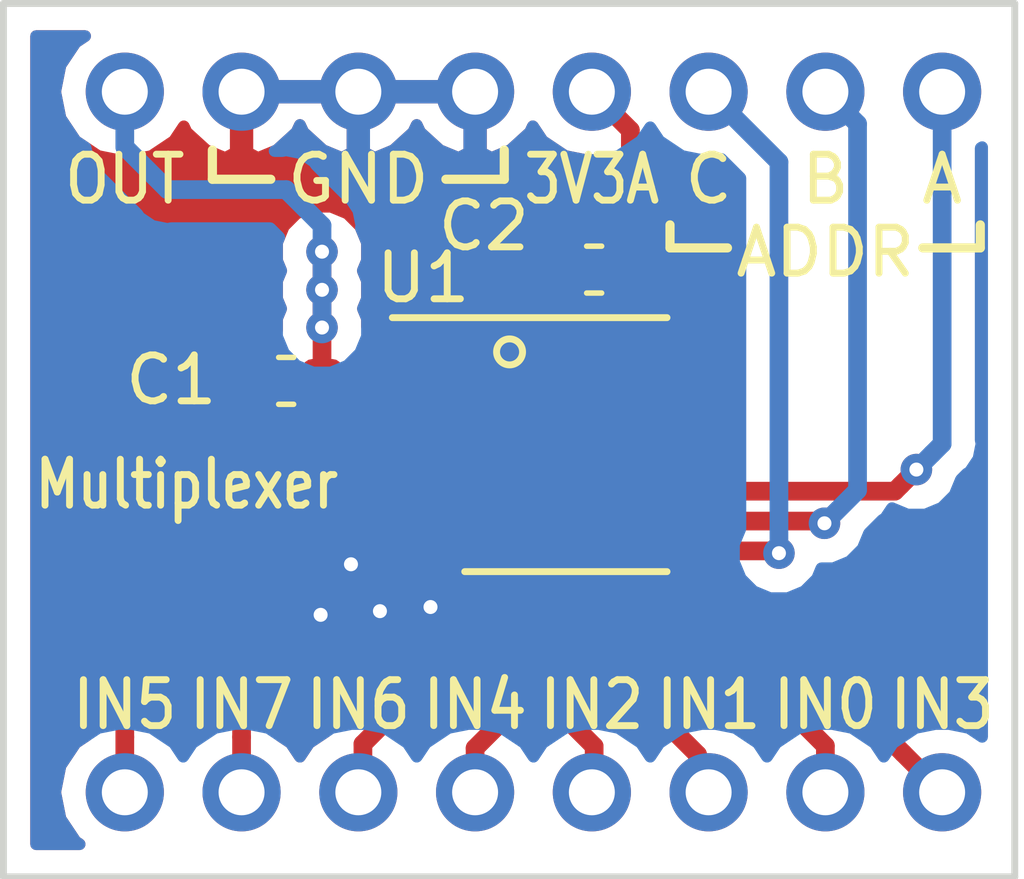
<source format=kicad_pcb>
(kicad_pcb (version 20171130) (host pcbnew "(5.0.0-3-g5ebb6b6)")

  (general
    (thickness 1.6)
    (drawings 29)
    (tracks 89)
    (zones 0)
    (modules 5)
    (nets 15)
  )

  (page A4)
  (layers
    (0 F.Cu signal)
    (31 B.Cu signal)
    (32 B.Adhes user)
    (33 F.Adhes user)
    (34 B.Paste user)
    (35 F.Paste user)
    (36 B.SilkS user)
    (37 F.SilkS user)
    (38 B.Mask user)
    (39 F.Mask user)
    (40 Dwgs.User user)
    (41 Cmts.User user)
    (42 Eco1.User user)
    (43 Eco2.User user)
    (44 Edge.Cuts user)
    (45 Margin user)
    (46 B.CrtYd user hide)
    (47 F.CrtYd user hide)
    (48 B.Fab user hide)
    (49 F.Fab user hide)
  )

  (setup
    (last_trace_width 0.1524)
    (user_trace_width 0.1524)
    (user_trace_width 0.254)
    (user_trace_width 0.4064)
    (user_trace_width 0.635)
    (trace_clearance 0.1524)
    (zone_clearance 0.508)
    (zone_45_only no)
    (trace_min 0.1524)
    (segment_width 0.2)
    (edge_width 0.15)
    (via_size 0.6858)
    (via_drill 0.3048)
    (via_min_size 0.6858)
    (via_min_drill 0.3048)
    (uvia_size 0.3048)
    (uvia_drill 0.1524)
    (uvias_allowed no)
    (uvia_min_size 0.2)
    (uvia_min_drill 0.1)
    (pcb_text_width 0.3)
    (pcb_text_size 1.5 1.5)
    (mod_edge_width 0.15)
    (mod_text_size 1 1)
    (mod_text_width 0.15)
    (pad_size 1.524 1.524)
    (pad_drill 0.762)
    (pad_to_mask_clearance 0.07)
    (solder_mask_min_width 0.06)
    (aux_axis_origin 0 0)
    (visible_elements FFFFFF7F)
    (pcbplotparams
      (layerselection 0x010fc_ffffffff)
      (usegerberextensions false)
      (usegerberattributes false)
      (usegerberadvancedattributes false)
      (creategerberjobfile false)
      (excludeedgelayer true)
      (linewidth 0.100000)
      (plotframeref false)
      (viasonmask false)
      (mode 1)
      (useauxorigin false)
      (hpglpennumber 1)
      (hpglpenspeed 20)
      (hpglpendiameter 15.000000)
      (psnegative false)
      (psa4output false)
      (plotreference true)
      (plotvalue true)
      (plotinvisibletext false)
      (padsonsilk false)
      (subtractmaskfromsilk false)
      (outputformat 1)
      (mirror false)
      (drillshape 1)
      (scaleselection 1)
      (outputdirectory ""))
  )

  (net 0 "")
  (net 1 GND)
  (net 2 ADDR_2)
  (net 3 ADDR_1)
  (net 4 ADDR_0)
  (net 5 +3V3)
  (net 6 OUT)
  (net 7 IN5)
  (net 8 IN7)
  (net 9 IN6)
  (net 10 IN4)
  (net 11 IN2)
  (net 12 IN1)
  (net 13 IN0)
  (net 14 IN3)

  (net_class Default "This is the default net class."
    (clearance 0.1524)
    (trace_width 0.1524)
    (via_dia 0.6858)
    (via_drill 0.3048)
    (uvia_dia 0.3048)
    (uvia_drill 0.1524)
    (diff_pair_gap 0.1524)
    (diff_pair_width 0.1524)
    (add_net +3V3)
    (add_net ADDR_0)
    (add_net ADDR_1)
    (add_net ADDR_2)
    (add_net GND)
    (add_net IN0)
    (add_net IN1)
    (add_net IN2)
    (add_net IN3)
    (add_net IN4)
    (add_net IN5)
    (add_net IN6)
    (add_net IN7)
    (add_net OUT)
  )

  (module Connector_PinHeader_2.54mm:PinHeader_1x08_P2.54mm_Vertical (layer B.Cu) (tedit 5FCCFB22) (tstamp 5FCD004C)
    (at 103.64 73.16 270)
    (descr "Through hole straight pin header, 1x08, 2.54mm pitch, single row")
    (tags "Through hole pin header THT 1x08 2.54mm single row")
    (path /5FC933AD)
    (fp_text reference J2 (at 0 2.33 270) (layer B.SilkS) hide
      (effects (font (size 1 1) (thickness 0.15)) (justify mirror))
    )
    (fp_text value BOTTOM (at 0 -20.11 270) (layer B.Fab)
      (effects (font (size 1 1) (thickness 0.15)) (justify mirror))
    )
    (fp_line (start -0.635 1.27) (end 1.27 1.27) (layer B.Fab) (width 0.1))
    (fp_line (start 1.27 1.27) (end 1.27 -19.05) (layer B.Fab) (width 0.1))
    (fp_line (start 1.27 -19.05) (end -1.27 -19.05) (layer B.Fab) (width 0.1))
    (fp_line (start -1.27 -19.05) (end -1.27 0.635) (layer B.Fab) (width 0.1))
    (fp_line (start -1.27 0.635) (end -0.635 1.27) (layer B.Fab) (width 0.1))
    (fp_line (start -1.8 1.8) (end -1.8 -19.55) (layer B.CrtYd) (width 0.05))
    (fp_line (start -1.8 -19.55) (end 1.8 -19.55) (layer B.CrtYd) (width 0.05))
    (fp_line (start 1.8 -19.55) (end 1.8 1.8) (layer B.CrtYd) (width 0.05))
    (fp_line (start 1.8 1.8) (end -1.8 1.8) (layer B.CrtYd) (width 0.05))
    (fp_text user %R (at 0 -8.89 180) (layer B.Fab)
      (effects (font (size 1 1) (thickness 0.15)) (justify mirror))
    )
    (pad 1 thru_hole oval (at 0 0 270) (size 1.7 1.7) (drill 1) (layers *.Cu *.Mask)
      (net 8 IN7))
    (pad 2 thru_hole oval (at 0 -2.54 270) (size 1.7 1.7) (drill 1) (layers *.Cu *.Mask)
      (net 7 IN5))
    (pad 3 thru_hole oval (at 0 -5.08 270) (size 1.7 1.7) (drill 1) (layers *.Cu *.Mask)
      (net 9 IN6))
    (pad 4 thru_hole oval (at 0 -7.62 270) (size 1.7 1.7) (drill 1) (layers *.Cu *.Mask)
      (net 10 IN4))
    (pad 5 thru_hole oval (at 0 -10.16 270) (size 1.7 1.7) (drill 1) (layers *.Cu *.Mask)
      (net 11 IN2))
    (pad 6 thru_hole oval (at 0 -12.7 270) (size 1.7 1.7) (drill 1) (layers *.Cu *.Mask)
      (net 12 IN1))
    (pad 7 thru_hole oval (at 0 -15.24 270) (size 1.7 1.7) (drill 1) (layers *.Cu *.Mask)
      (net 13 IN0))
    (pad 8 thru_hole oval (at 0 -17.78 270) (size 1.7 1.7) (drill 1) (layers *.Cu *.Mask)
      (net 14 IN3))
    (model ${KISYS3DMOD}/Connector_PinHeader_2.54mm.3dshapes/PinHeader_1x08_P2.54mm_Vertical.wrl
      (at (xyz 0 0 0))
      (scale (xyz 1 1 1))
      (rotate (xyz 0 0 0))
    )
  )

  (module Connector_PinHeader_2.54mm:PinHeader_1x08_P2.54mm_Vertical (layer B.Cu) (tedit 5FCCFAFA) (tstamp 5FCD0068)
    (at 103.64 57.92 270)
    (descr "Through hole straight pin header, 1x08, 2.54mm pitch, single row")
    (tags "Through hole pin header THT 1x08 2.54mm single row")
    (path /5FCA991E)
    (fp_text reference J3 (at 0 2.33 270) (layer B.SilkS) hide
      (effects (font (size 1 1) (thickness 0.15)) (justify mirror))
    )
    (fp_text value TOP (at 0 -20.11 270) (layer B.Fab)
      (effects (font (size 1 1) (thickness 0.15)) (justify mirror))
    )
    (fp_text user %R (at 0 -8.89 180) (layer B.Fab)
      (effects (font (size 1 1) (thickness 0.15)) (justify mirror))
    )
    (fp_line (start 1.8 1.8) (end -1.8 1.8) (layer B.CrtYd) (width 0.05))
    (fp_line (start 1.8 -19.55) (end 1.8 1.8) (layer B.CrtYd) (width 0.05))
    (fp_line (start -1.8 -19.55) (end 1.8 -19.55) (layer B.CrtYd) (width 0.05))
    (fp_line (start -1.8 1.8) (end -1.8 -19.55) (layer B.CrtYd) (width 0.05))
    (fp_line (start -1.27 0.635) (end -0.635 1.27) (layer B.Fab) (width 0.1))
    (fp_line (start -1.27 -19.05) (end -1.27 0.635) (layer B.Fab) (width 0.1))
    (fp_line (start 1.27 -19.05) (end -1.27 -19.05) (layer B.Fab) (width 0.1))
    (fp_line (start 1.27 1.27) (end 1.27 -19.05) (layer B.Fab) (width 0.1))
    (fp_line (start -0.635 1.27) (end 1.27 1.27) (layer B.Fab) (width 0.1))
    (pad 8 thru_hole oval (at 0 -17.78 270) (size 1.7 1.7) (drill 1) (layers *.Cu *.Mask)
      (net 4 ADDR_0))
    (pad 7 thru_hole oval (at 0 -15.24 270) (size 1.7 1.7) (drill 1) (layers *.Cu *.Mask)
      (net 3 ADDR_1))
    (pad 6 thru_hole oval (at 0 -12.7 270) (size 1.7 1.7) (drill 1) (layers *.Cu *.Mask)
      (net 2 ADDR_2))
    (pad 5 thru_hole oval (at 0 -10.16 270) (size 1.7 1.7) (drill 1) (layers *.Cu *.Mask)
      (net 5 +3V3))
    (pad 4 thru_hole oval (at 0 -7.62 270) (size 1.7 1.7) (drill 1) (layers *.Cu *.Mask)
      (net 1 GND))
    (pad 3 thru_hole oval (at 0 -5.08 270) (size 1.7 1.7) (drill 1) (layers *.Cu *.Mask)
      (net 1 GND))
    (pad 2 thru_hole oval (at 0 -2.54 270) (size 1.7 1.7) (drill 1) (layers *.Cu *.Mask)
      (net 1 GND))
    (pad 1 thru_hole oval (at 0 0 270) (size 1.7 1.7) (drill 1) (layers *.Cu *.Mask)
      (net 6 OUT))
    (model ${KISYS3DMOD}/Connector_PinHeader_2.54mm.3dshapes/PinHeader_1x08_P2.54mm_Vertical.wrl
      (at (xyz 0 0 0))
      (scale (xyz 1 1 1))
      (rotate (xyz 0 0 0))
    )
  )

  (module Capacitor_SMD:C_0603_1608Metric (layer F.Cu) (tedit 5B301BBE) (tstamp 5FCD0030)
    (at 107.15 64.21 180)
    (descr "Capacitor SMD 0603 (1608 Metric), square (rectangular) end terminal, IPC_7351 nominal, (Body size source: http://www.tortai-tech.com/upload/download/2011102023233369053.pdf), generated with kicad-footprint-generator")
    (tags capacitor)
    (path /5FC94BD6)
    (attr smd)
    (fp_text reference C1 (at 2.5 0.02 180) (layer F.SilkS)
      (effects (font (size 1 1) (thickness 0.15)))
    )
    (fp_text value 1n (at 0 1.43 180) (layer F.Fab)
      (effects (font (size 1 1) (thickness 0.15)))
    )
    (fp_line (start -0.8 0.4) (end -0.8 -0.4) (layer F.Fab) (width 0.1))
    (fp_line (start -0.8 -0.4) (end 0.8 -0.4) (layer F.Fab) (width 0.1))
    (fp_line (start 0.8 -0.4) (end 0.8 0.4) (layer F.Fab) (width 0.1))
    (fp_line (start 0.8 0.4) (end -0.8 0.4) (layer F.Fab) (width 0.1))
    (fp_line (start -0.162779 -0.51) (end 0.162779 -0.51) (layer F.SilkS) (width 0.12))
    (fp_line (start -0.162779 0.51) (end 0.162779 0.51) (layer F.SilkS) (width 0.12))
    (fp_line (start -1.48 0.73) (end -1.48 -0.73) (layer F.CrtYd) (width 0.05))
    (fp_line (start -1.48 -0.73) (end 1.48 -0.73) (layer F.CrtYd) (width 0.05))
    (fp_line (start 1.48 -0.73) (end 1.48 0.73) (layer F.CrtYd) (width 0.05))
    (fp_line (start 1.48 0.73) (end -1.48 0.73) (layer F.CrtYd) (width 0.05))
    (fp_text user %R (at 0 0 180) (layer F.Fab)
      (effects (font (size 0.4 0.4) (thickness 0.06)))
    )
    (pad 1 smd roundrect (at -0.7875 0 180) (size 0.875 0.95) (layers F.Cu F.Paste F.Mask) (roundrect_rratio 0.25)
      (net 6 OUT))
    (pad 2 smd roundrect (at 0.7875 0 180) (size 0.875 0.95) (layers F.Cu F.Paste F.Mask) (roundrect_rratio 0.25)
      (net 1 GND))
    (model ${KISYS3DMOD}/Capacitor_SMD.3dshapes/C_0603_1608Metric.wrl
      (at (xyz 0 0 0))
      (scale (xyz 1 1 1))
      (rotate (xyz 0 0 0))
    )
  )

  (module Package_SO:TSSOP-16_4.4x5mm_P0.65mm (layer F.Cu) (tedit 5A02F25C) (tstamp 5FCD0088)
    (at 113.235001 65.635001)
    (descr "16-Lead Plastic Thin Shrink Small Outline (ST)-4.4 mm Body [TSSOP] (see Microchip Packaging Specification 00000049BS.pdf)")
    (tags "SSOP 0.65")
    (path /5FCC2EA4)
    (attr smd)
    (fp_text reference U1 (at -3.105001 -3.665001) (layer F.SilkS)
      (effects (font (size 1 1) (thickness 0.15)))
    )
    (fp_text value 4051 (at 0 3.55) (layer F.Fab)
      (effects (font (size 1 1) (thickness 0.15)))
    )
    (fp_line (start -1.2 -2.5) (end 2.2 -2.5) (layer F.Fab) (width 0.15))
    (fp_line (start 2.2 -2.5) (end 2.2 2.5) (layer F.Fab) (width 0.15))
    (fp_line (start 2.2 2.5) (end -2.2 2.5) (layer F.Fab) (width 0.15))
    (fp_line (start -2.2 2.5) (end -2.2 -1.5) (layer F.Fab) (width 0.15))
    (fp_line (start -2.2 -1.5) (end -1.2 -2.5) (layer F.Fab) (width 0.15))
    (fp_line (start -3.95 -2.9) (end -3.95 2.8) (layer F.CrtYd) (width 0.05))
    (fp_line (start 3.95 -2.9) (end 3.95 2.8) (layer F.CrtYd) (width 0.05))
    (fp_line (start -3.95 -2.9) (end 3.95 -2.9) (layer F.CrtYd) (width 0.05))
    (fp_line (start -3.95 2.8) (end 3.95 2.8) (layer F.CrtYd) (width 0.05))
    (fp_line (start -2.2 2.725) (end 2.2 2.725) (layer F.SilkS) (width 0.15))
    (fp_line (start -3.775 -2.8) (end 2.2 -2.8) (layer F.SilkS) (width 0.15))
    (fp_text user %R (at 0 0) (layer F.Fab)
      (effects (font (size 0.8 0.8) (thickness 0.15)))
    )
    (pad 1 smd rect (at -2.95 -2.275) (size 1.5 0.45) (layers F.Cu F.Paste F.Mask)
      (net 10 IN4))
    (pad 2 smd rect (at -2.95 -1.625) (size 1.5 0.45) (layers F.Cu F.Paste F.Mask)
      (net 9 IN6))
    (pad 3 smd rect (at -2.95 -0.975) (size 1.5 0.45) (layers F.Cu F.Paste F.Mask)
      (net 6 OUT))
    (pad 4 smd rect (at -2.95 -0.325) (size 1.5 0.45) (layers F.Cu F.Paste F.Mask)
      (net 8 IN7))
    (pad 5 smd rect (at -2.95 0.325) (size 1.5 0.45) (layers F.Cu F.Paste F.Mask)
      (net 7 IN5))
    (pad 6 smd rect (at -2.95 0.975) (size 1.5 0.45) (layers F.Cu F.Paste F.Mask)
      (net 1 GND))
    (pad 7 smd rect (at -2.95 1.625) (size 1.5 0.45) (layers F.Cu F.Paste F.Mask)
      (net 1 GND))
    (pad 8 smd rect (at -2.95 2.275) (size 1.5 0.45) (layers F.Cu F.Paste F.Mask)
      (net 1 GND))
    (pad 9 smd rect (at 2.95 2.275) (size 1.5 0.45) (layers F.Cu F.Paste F.Mask)
      (net 2 ADDR_2))
    (pad 10 smd rect (at 2.95 1.625) (size 1.5 0.45) (layers F.Cu F.Paste F.Mask)
      (net 3 ADDR_1))
    (pad 11 smd rect (at 2.95 0.975) (size 1.5 0.45) (layers F.Cu F.Paste F.Mask)
      (net 4 ADDR_0))
    (pad 12 smd rect (at 2.95 0.325) (size 1.5 0.45) (layers F.Cu F.Paste F.Mask)
      (net 14 IN3))
    (pad 13 smd rect (at 2.95 -0.325) (size 1.5 0.45) (layers F.Cu F.Paste F.Mask)
      (net 13 IN0))
    (pad 14 smd rect (at 2.95 -0.975) (size 1.5 0.45) (layers F.Cu F.Paste F.Mask)
      (net 12 IN1))
    (pad 15 smd rect (at 2.95 -1.625) (size 1.5 0.45) (layers F.Cu F.Paste F.Mask)
      (net 11 IN2))
    (pad 16 smd rect (at 2.95 -2.275) (size 1.5 0.45) (layers F.Cu F.Paste F.Mask)
      (net 5 +3V3))
    (model ${KISYS3DMOD}/Package_SO.3dshapes/TSSOP-16_4.4x5mm_P0.65mm.wrl
      (at (xyz 0 0 0))
      (scale (xyz 1 1 1))
      (rotate (xyz 0 0 0))
    )
  )

  (module Capacitor_SMD:C_0603_1608Metric (layer F.Cu) (tedit 5B301BBE) (tstamp 5FCD5870)
    (at 113.85 61.79)
    (descr "Capacitor SMD 0603 (1608 Metric), square (rectangular) end terminal, IPC_7351 nominal, (Body size source: http://www.tortai-tech.com/upload/download/2011102023233369053.pdf), generated with kicad-footprint-generator")
    (tags capacitor)
    (path /5FCD587B)
    (attr smd)
    (fp_text reference C2 (at -2.4 -0.95) (layer F.SilkS)
      (effects (font (size 1 1) (thickness 0.15)))
    )
    (fp_text value 100n (at 0 1.43) (layer F.Fab)
      (effects (font (size 1 1) (thickness 0.15)))
    )
    (fp_line (start -0.8 0.4) (end -0.8 -0.4) (layer F.Fab) (width 0.1))
    (fp_line (start -0.8 -0.4) (end 0.8 -0.4) (layer F.Fab) (width 0.1))
    (fp_line (start 0.8 -0.4) (end 0.8 0.4) (layer F.Fab) (width 0.1))
    (fp_line (start 0.8 0.4) (end -0.8 0.4) (layer F.Fab) (width 0.1))
    (fp_line (start -0.162779 -0.51) (end 0.162779 -0.51) (layer F.SilkS) (width 0.12))
    (fp_line (start -0.162779 0.51) (end 0.162779 0.51) (layer F.SilkS) (width 0.12))
    (fp_line (start -1.48 0.73) (end -1.48 -0.73) (layer F.CrtYd) (width 0.05))
    (fp_line (start -1.48 -0.73) (end 1.48 -0.73) (layer F.CrtYd) (width 0.05))
    (fp_line (start 1.48 -0.73) (end 1.48 0.73) (layer F.CrtYd) (width 0.05))
    (fp_line (start 1.48 0.73) (end -1.48 0.73) (layer F.CrtYd) (width 0.05))
    (fp_text user %R (at 0 0) (layer F.Fab)
      (effects (font (size 0.4 0.4) (thickness 0.06)))
    )
    (pad 1 smd roundrect (at -0.7875 0) (size 0.875 0.95) (layers F.Cu F.Paste F.Mask) (roundrect_rratio 0.25)
      (net 1 GND))
    (pad 2 smd roundrect (at 0.7875 0) (size 0.875 0.95) (layers F.Cu F.Paste F.Mask) (roundrect_rratio 0.25)
      (net 5 +3V3))
    (model ${KISYS3DMOD}/Capacitor_SMD.3dshapes/C_0603_1608Metric.wrl
      (at (xyz 0 0 0))
      (scale (xyz 1 1 1))
      (rotate (xyz 0 0 0))
    )
  )

  (gr_text IN5 (at 103.64 71.255) (layer F.SilkS) (tstamp 5FCD0759)
    (effects (font (size 1 0.9) (thickness 0.15)))
  )
  (gr_text IN7 (at 106.18 71.255) (layer F.SilkS) (tstamp 5FCD0755)
    (effects (font (size 1 0.9) (thickness 0.15)))
  )
  (gr_text IN6 (at 108.72 71.255) (layer F.SilkS) (tstamp 5FCD0751)
    (effects (font (size 1 0.9) (thickness 0.15)))
  )
  (gr_text IN4 (at 111.26 71.255) (layer F.SilkS) (tstamp 5FCD0749)
    (effects (font (size 1 0.9) (thickness 0.15)))
  )
  (gr_text IN2 (at 113.8 71.255) (layer F.SilkS) (tstamp 5FCD0746)
    (effects (font (size 1 0.9) (thickness 0.15)))
  )
  (gr_text IN3 (at 121.42 71.255) (layer F.SilkS) (tstamp 5FCD0741)
    (effects (font (size 1 0.9) (thickness 0.15)))
  )
  (gr_text IN0 (at 118.88 71.255) (layer F.SilkS) (tstamp 5FCD073E)
    (effects (font (size 1 0.9) (thickness 0.15)))
  )
  (gr_text IN1 (at 116.34 71.255) (layer F.SilkS) (tstamp 5FCD0724)
    (effects (font (size 1 0.9) (thickness 0.15)))
  )
  (gr_text 3V3A (at 113.8 59.825) (layer F.SilkS) (tstamp 5FCD0719)
    (effects (font (size 1 0.8) (thickness 0.15)))
  )
  (gr_line (start 122.25 61.3175) (end 122.25 60.8175) (layer F.SilkS) (width 0.2))
  (gr_line (start 121 61.3175) (end 122.25 61.3175) (layer F.SilkS) (width 0.2))
  (gr_line (start 115.5 61.3175) (end 115.5 60.8175) (layer F.SilkS) (width 0.2))
  (gr_line (start 116.75 61.3175) (end 115.5 61.3175) (layer F.SilkS) (width 0.2))
  (gr_text ADDR (at 118.88 61.4125) (layer F.SilkS) (tstamp 5FCD0695)
    (effects (font (size 1 1) (thickness 0.15)))
  )
  (gr_text A (at 121.42 59.825) (layer F.SilkS) (tstamp 5FCD0444)
    (effects (font (size 1 1) (thickness 0.15)))
  )
  (gr_text B (at 118.88 59.825) (layer F.SilkS) (tstamp 5FCD0692)
    (effects (font (size 1 1) (thickness 0.15)))
  )
  (gr_circle (center 112.01 63.58) (end 112.292843 63.58) (layer F.SilkS) (width 0.15))
  (gr_text Multiplexer (at 104.99 66.46) (layer F.SilkS) (tstamp 5FC9695F)
    (effects (font (size 1 0.8) (thickness 0.15)))
  )
  (gr_line (start 101 56) (end 101 75) (layer Edge.Cuts) (width 0.15))
  (gr_line (start 123 56) (end 101 56) (layer Edge.Cuts) (width 0.15))
  (gr_line (start 123 75) (end 123 56) (layer Edge.Cuts) (width 0.15))
  (gr_line (start 101 75) (end 123 75) (layer Edge.Cuts) (width 0.15))
  (gr_line (start 111.895 59.825) (end 111.895 59.19) (layer F.SilkS) (width 0.2))
  (gr_line (start 110.625 59.825) (end 111.895 59.825) (layer F.SilkS) (width 0.2))
  (gr_line (start 105.545 59.825) (end 106.815 59.825) (layer F.SilkS) (width 0.2))
  (gr_line (start 105.545 59.19) (end 105.545 59.825) (layer F.SilkS) (width 0.2))
  (gr_text GND (at 108.72 59.825) (layer F.SilkS) (tstamp 5FCA316C)
    (effects (font (size 1 1) (thickness 0.15)))
  )
  (gr_text C (at 116.34 59.825) (layer F.SilkS) (tstamp 5FCD0716)
    (effects (font (size 1 1) (thickness 0.15)))
  )
  (gr_text OUT (at 103.64 59.825) (layer F.SilkS)
    (effects (font (size 1 0.9) (thickness 0.15)))
  )

  (via (at 110.29 69.13) (size 0.6858) (drill 0.3048) (layers F.Cu B.Cu) (net 1))
  (via (at 107.9 69.3) (size 0.6858) (drill 0.3048) (layers F.Cu B.Cu) (net 1))
  (via (at 109.19 69.22) (size 0.6858) (drill 0.3048) (layers F.Cu B.Cu) (net 1))
  (via (at 108.56 68.2) (size 0.6858) (drill 0.3048) (layers F.Cu B.Cu) (net 1))
  (segment (start 110.285001 66.610001) (end 110.285001 67.260001) (width 0.4064) (layer F.Cu) (net 1))
  (segment (start 110.285001 67.260001) (end 110.285001 67.910001) (width 0.4064) (layer F.Cu) (net 1))
  (via (at 117.87 67.958501) (size 0.6858) (drill 0.3048) (layers F.Cu B.Cu) (net 2))
  (segment (start 117.8215 67.910001) (end 117.87 67.958501) (width 0.4064) (layer F.Cu) (net 2))
  (segment (start 116.185001 67.910001) (end 117.8215 67.910001) (width 0.4064) (layer F.Cu) (net 2))
  (segment (start 117.87 67.958501) (end 117.87 59.45) (width 0.4064) (layer B.Cu) (net 2))
  (segment (start 117.87 59.45) (end 116.34 57.92) (width 0.4064) (layer B.Cu) (net 2))
  (via (at 118.86 67.308501) (size 0.6858) (drill 0.3048) (layers F.Cu B.Cu) (net 3))
  (segment (start 118.8115 67.260001) (end 118.86 67.308501) (width 0.4064) (layer F.Cu) (net 3))
  (segment (start 116.185001 67.260001) (end 118.8115 67.260001) (width 0.4064) (layer F.Cu) (net 3))
  (segment (start 119.58 58.62) (end 118.88 57.92) (width 0.4064) (layer B.Cu) (net 3))
  (segment (start 119.58 66.588501) (end 119.58 58.62) (width 0.4064) (layer B.Cu) (net 3))
  (segment (start 118.86 67.308501) (end 119.58 66.588501) (width 0.4064) (layer B.Cu) (net 3))
  (via (at 120.86 66.140002) (size 0.6858) (drill 0.3048) (layers F.Cu B.Cu) (net 4))
  (segment (start 120.517101 66.482901) (end 120.86 66.140002) (width 0.4064) (layer F.Cu) (net 4))
  (segment (start 121.42 57.92) (end 121.42 65.580002) (width 0.4064) (layer B.Cu) (net 4))
  (segment (start 120.390001 66.610001) (end 120.517101 66.482901) (width 0.4064) (layer F.Cu) (net 4))
  (segment (start 116.185001 66.610001) (end 120.390001 66.610001) (width 0.4064) (layer F.Cu) (net 4))
  (segment (start 121.42 65.580002) (end 121.202899 65.797103) (width 0.4064) (layer B.Cu) (net 4))
  (segment (start 121.202899 65.797103) (end 120.86 66.140002) (width 0.4064) (layer B.Cu) (net 4))
  (segment (start 116.185001 63.360001) (end 115.000001 63.360001) (width 0.4064) (layer F.Cu) (net 5))
  (segment (start 114.6375 62.9975) (end 114.6375 61.79) (width 0.4064) (layer F.Cu) (net 5))
  (segment (start 115.000001 63.360001) (end 114.6375 62.9975) (width 0.4064) (layer F.Cu) (net 5))
  (segment (start 114.6375 58.7575) (end 113.8 57.92) (width 0.4064) (layer F.Cu) (net 5))
  (segment (start 114.6375 61.79) (end 114.6375 58.7575) (width 0.4064) (layer F.Cu) (net 5))
  (segment (start 108.387501 64.660001) (end 107.9375 64.21) (width 0.4064) (layer F.Cu) (net 6))
  (segment (start 110.285001 64.660001) (end 108.387501 64.660001) (width 0.4064) (layer F.Cu) (net 6))
  (segment (start 103.64 59.122081) (end 104.567919 60.05) (width 0.4064) (layer B.Cu) (net 6))
  (segment (start 103.64 57.92) (end 103.64 59.122081) (width 0.4064) (layer B.Cu) (net 6))
  (segment (start 104.567919 60.05) (end 107.15 60.05) (width 0.4064) (layer B.Cu) (net 6))
  (segment (start 107.93 60.83) (end 107.93 61.4) (width 0.4064) (layer B.Cu) (net 6))
  (via (at 107.93 61.4) (size 0.6858) (drill 0.3048) (layers F.Cu B.Cu) (net 6))
  (segment (start 107.15 60.05) (end 107.93 60.83) (width 0.4064) (layer B.Cu) (net 6))
  (segment (start 107.93 64.2025) (end 107.9375 64.21) (width 0.4064) (layer F.Cu) (net 6))
  (segment (start 107.93 61.4) (end 107.93 62.23) (width 0.4064) (layer F.Cu) (net 6))
  (segment (start 107.93 62.23) (end 107.93 63.05) (width 0.4064) (layer F.Cu) (net 6) (tstamp 5FCD0BC5))
  (via (at 107.93 62.23) (size 0.6858) (drill 0.3048) (layers F.Cu B.Cu) (net 6))
  (segment (start 107.93 63.05) (end 107.93 64.2025) (width 0.4064) (layer F.Cu) (net 6) (tstamp 5FCD0BC7))
  (via (at 107.93 63.05) (size 0.6858) (drill 0.3048) (layers F.Cu B.Cu) (net 6))
  (segment (start 107.93 61.4) (end 107.93 63.05) (width 0.4064) (layer B.Cu) (net 6))
  (segment (start 106.18 71.957919) (end 106.18 73.16) (width 0.4064) (layer F.Cu) (net 7))
  (segment (start 106.18 69.09992) (end 106.18 71.957919) (width 0.4064) (layer F.Cu) (net 7))
  (segment (start 109.319919 65.960001) (end 106.18 69.09992) (width 0.4064) (layer F.Cu) (net 7))
  (segment (start 110.285001 65.960001) (end 109.319919 65.960001) (width 0.4064) (layer F.Cu) (net 7))
  (segment (start 103.64 71.957919) (end 103.64 73.16) (width 0.4064) (layer F.Cu) (net 8))
  (segment (start 108.929999 65.310001) (end 103.64 70.6) (width 0.4064) (layer F.Cu) (net 8))
  (segment (start 103.64 70.6) (end 103.64 71.957919) (width 0.4064) (layer F.Cu) (net 8))
  (segment (start 110.285001 65.310001) (end 108.929999 65.310001) (width 0.4064) (layer F.Cu) (net 8))
  (segment (start 108.82 73.06) (end 108.72 73.16) (width 0.4064) (layer F.Cu) (net 9))
  (segment (start 111.250083 64.010001) (end 111.64 64.399918) (width 0.4064) (layer F.Cu) (net 9))
  (segment (start 111.64 69.29) (end 108.82 72.11) (width 0.4064) (layer F.Cu) (net 9))
  (segment (start 108.82 72.11) (end 108.82 73.06) (width 0.4064) (layer F.Cu) (net 9))
  (segment (start 111.64 64.399918) (end 111.64 69.29) (width 0.4064) (layer F.Cu) (net 9))
  (segment (start 110.285001 64.010001) (end 111.250083 64.010001) (width 0.4064) (layer F.Cu) (net 9))
  (segment (start 112.26 71.2) (end 111.26 72.2) (width 0.4064) (layer F.Cu) (net 10))
  (segment (start 112.26 64.13) (end 112.26 71.2) (width 0.4064) (layer F.Cu) (net 10))
  (segment (start 111.26 72.2) (end 111.26 73.16) (width 0.4064) (layer F.Cu) (net 10))
  (segment (start 111.490001 63.360001) (end 112.26 64.13) (width 0.4064) (layer F.Cu) (net 10))
  (segment (start 110.285001 63.360001) (end 111.490001 63.360001) (width 0.4064) (layer F.Cu) (net 10))
  (segment (start 113.85 73.11) (end 113.8 73.16) (width 0.4064) (layer F.Cu) (net 11))
  (segment (start 114.309999 64.010001) (end 112.950001 65.369999) (width 0.4064) (layer F.Cu) (net 11))
  (segment (start 113.85 72.16) (end 113.85 73.11) (width 0.4064) (layer F.Cu) (net 11))
  (segment (start 112.950001 65.369999) (end 112.950001 71.260001) (width 0.4064) (layer F.Cu) (net 11))
  (segment (start 112.950001 71.260001) (end 113.85 72.16) (width 0.4064) (layer F.Cu) (net 11))
  (segment (start 116.185001 64.010001) (end 114.309999 64.010001) (width 0.4064) (layer F.Cu) (net 11))
  (segment (start 116.1 72.92) (end 116.34 73.16) (width 0.4064) (layer F.Cu) (net 12))
  (segment (start 114.569999 64.660001) (end 113.57 65.66) (width 0.4064) (layer F.Cu) (net 12))
  (segment (start 113.57 69.81) (end 116.1 72.34) (width 0.4064) (layer F.Cu) (net 12))
  (segment (start 113.57 65.66) (end 113.57 69.81) (width 0.4064) (layer F.Cu) (net 12))
  (segment (start 116.1 72.34) (end 116.1 72.92) (width 0.4064) (layer F.Cu) (net 12))
  (segment (start 116.185001 64.660001) (end 114.569999 64.660001) (width 0.4064) (layer F.Cu) (net 12))
  (segment (start 114.2 69.23) (end 116.15 71.18) (width 0.4064) (layer F.Cu) (net 13))
  (segment (start 118.88 72.15) (end 118.88 73.16) (width 0.4064) (layer F.Cu) (net 13))
  (segment (start 116.15 71.18) (end 117.91 71.18) (width 0.4064) (layer F.Cu) (net 13))
  (segment (start 114.2 65.97) (end 114.2 69.23) (width 0.4064) (layer F.Cu) (net 13))
  (segment (start 114.859999 65.310001) (end 114.2 65.97) (width 0.4064) (layer F.Cu) (net 13))
  (segment (start 117.91 71.18) (end 118.88 72.15) (width 0.4064) (layer F.Cu) (net 13))
  (segment (start 116.185001 65.310001) (end 114.859999 65.310001) (width 0.4064) (layer F.Cu) (net 13))
  (segment (start 120.570001 72.310001) (end 121.42 73.16) (width 0.4064) (layer F.Cu) (net 14))
  (segment (start 118.21 69.95) (end 120.570001 72.310001) (width 0.4064) (layer F.Cu) (net 14))
  (segment (start 116.17 69.95) (end 118.21 69.95) (width 0.4064) (layer F.Cu) (net 14))
  (segment (start 116.185001 65.960001) (end 115.219919 65.960001) (width 0.4064) (layer F.Cu) (net 14))
  (segment (start 114.82 68.6) (end 116.17 69.95) (width 0.4064) (layer F.Cu) (net 14))
  (segment (start 114.82 66.35992) (end 114.82 68.6) (width 0.4064) (layer F.Cu) (net 14))
  (segment (start 115.219919 65.960001) (end 114.82 66.35992) (width 0.4064) (layer F.Cu) (net 14))

  (zone (net 1) (net_name GND) (layer F.Cu) (tstamp 0) (hatch edge 0.508)
    (connect_pads (clearance 0.508))
    (min_thickness 0.254)
    (fill yes (arc_segments 16) (thermal_gap 0.508) (thermal_bridge_width 0.508))
    (polygon
      (pts
        (xy 101 56) (xy 123 56) (xy 123 75) (xy 101 75)
      )
    )
    (filled_polygon
      (pts
        (xy 102.569375 56.849375) (xy 102.241161 57.340582) (xy 102.125908 57.92) (xy 102.241161 58.499418) (xy 102.569375 58.990625)
        (xy 103.060582 59.318839) (xy 103.493744 59.405) (xy 103.786256 59.405) (xy 104.219418 59.318839) (xy 104.710625 58.990625)
        (xy 104.923843 58.671522) (xy 104.984817 58.801358) (xy 105.413076 59.191645) (xy 105.82311 59.361476) (xy 106.053 59.240155)
        (xy 106.053 58.047) (xy 106.307 58.047) (xy 106.307 59.240155) (xy 106.53689 59.361476) (xy 106.946924 59.191645)
        (xy 107.375183 58.801358) (xy 107.45 58.642046) (xy 107.524817 58.801358) (xy 107.953076 59.191645) (xy 108.36311 59.361476)
        (xy 108.593 59.240155) (xy 108.593 58.047) (xy 108.847 58.047) (xy 108.847 59.240155) (xy 109.07689 59.361476)
        (xy 109.486924 59.191645) (xy 109.915183 58.801358) (xy 109.99 58.642046) (xy 110.064817 58.801358) (xy 110.493076 59.191645)
        (xy 110.90311 59.361476) (xy 111.133 59.240155) (xy 111.133 58.047) (xy 108.847 58.047) (xy 108.593 58.047)
        (xy 106.307 58.047) (xy 106.053 58.047) (xy 106.033 58.047) (xy 106.033 57.793) (xy 106.053 57.793)
        (xy 106.053 57.773) (xy 106.307 57.773) (xy 106.307 57.793) (xy 108.593 57.793) (xy 108.593 57.773)
        (xy 108.847 57.773) (xy 108.847 57.793) (xy 111.133 57.793) (xy 111.133 57.773) (xy 111.387 57.773)
        (xy 111.387 57.793) (xy 111.407 57.793) (xy 111.407 58.047) (xy 111.387 58.047) (xy 111.387 59.240155)
        (xy 111.61689 59.361476) (xy 112.026924 59.191645) (xy 112.455183 58.801358) (xy 112.516157 58.671522) (xy 112.729375 58.990625)
        (xy 113.220582 59.318839) (xy 113.653744 59.405) (xy 113.799301 59.405) (xy 113.7993 60.751655) (xy 113.626309 60.68)
        (xy 113.34825 60.68) (xy 113.1895 60.83875) (xy 113.1895 61.663) (xy 113.2095 61.663) (xy 113.2095 61.917)
        (xy 113.1895 61.917) (xy 113.1895 62.74125) (xy 113.34825 62.9) (xy 113.626309 62.9) (xy 113.7993 62.828345)
        (xy 113.7993 62.91495) (xy 113.78288 62.9975) (xy 113.7993 63.080049) (xy 113.7993 63.080053) (xy 113.845493 63.31228)
        (xy 113.775676 63.35893) (xy 113.775675 63.358931) (xy 113.705691 63.405693) (xy 113.658929 63.475677) (xy 113.096368 64.038238)
        (xy 113.049567 63.802951) (xy 112.928842 63.622273) (xy 112.911071 63.595677) (xy 112.91107 63.595676) (xy 112.864308 63.525692)
        (xy 112.794324 63.47893) (xy 112.141073 62.825679) (xy 112.094309 62.755693) (xy 111.81705 62.570434) (xy 111.572555 62.521801)
        (xy 111.57255 62.521801) (xy 111.490001 62.505381) (xy 111.407452 62.521801) (xy 111.207139 62.521801) (xy 111.035001 62.487561)
        (xy 109.535001 62.487561) (xy 109.287236 62.536844) (xy 109.077192 62.677192) (xy 108.936844 62.887236) (xy 108.9079 63.032749)
        (xy 108.9079 62.855484) (xy 108.818643 62.64) (xy 108.9079 62.424516) (xy 108.9079 62.07575) (xy 111.99 62.07575)
        (xy 111.99 62.39131) (xy 112.086673 62.624699) (xy 112.265302 62.803327) (xy 112.498691 62.9) (xy 112.77675 62.9)
        (xy 112.9355 62.74125) (xy 112.9355 61.917) (xy 112.14875 61.917) (xy 111.99 62.07575) (xy 108.9079 62.07575)
        (xy 108.9079 62.035484) (xy 108.816572 61.815) (xy 108.9079 61.594516) (xy 108.9079 61.205484) (xy 108.900944 61.18869)
        (xy 111.99 61.18869) (xy 111.99 61.50425) (xy 112.14875 61.663) (xy 112.9355 61.663) (xy 112.9355 60.83875)
        (xy 112.77675 60.68) (xy 112.498691 60.68) (xy 112.265302 60.776673) (xy 112.086673 60.955301) (xy 111.99 61.18869)
        (xy 108.900944 61.18869) (xy 108.759023 60.846064) (xy 108.483936 60.570977) (xy 108.124516 60.4221) (xy 107.735484 60.4221)
        (xy 107.376064 60.570977) (xy 107.100977 60.846064) (xy 106.9521 61.205484) (xy 106.9521 61.594516) (xy 107.043428 61.815)
        (xy 106.9521 62.035484) (xy 106.9521 62.424516) (xy 107.041357 62.64) (xy 106.9521 62.855484) (xy 106.9521 63.110683)
        (xy 106.926309 63.1) (xy 106.64825 63.1) (xy 106.4895 63.25875) (xy 106.4895 64.083) (xy 106.5095 64.083)
        (xy 106.5095 64.337) (xy 106.4895 64.337) (xy 106.4895 65.16125) (xy 106.64825 65.32) (xy 106.926309 65.32)
        (xy 107.159698 65.223327) (xy 107.224969 65.158057) (xy 107.387273 65.266505) (xy 107.71875 65.33244) (xy 107.722166 65.33244)
        (xy 103.105679 69.948928) (xy 103.035692 69.995692) (xy 102.850433 70.272952) (xy 102.8018 70.517447) (xy 102.8018 70.517451)
        (xy 102.78538 70.6) (xy 102.8018 70.68255) (xy 102.801801 71.875362) (xy 102.8018 71.875366) (xy 102.8018 71.934074)
        (xy 102.569375 72.089375) (xy 102.241161 72.580582) (xy 102.125908 73.16) (xy 102.241161 73.739418) (xy 102.569375 74.230625)
        (xy 102.658236 74.29) (xy 101.71 74.29) (xy 101.71 64.49575) (xy 105.29 64.49575) (xy 105.29 64.81131)
        (xy 105.386673 65.044699) (xy 105.565302 65.223327) (xy 105.798691 65.32) (xy 106.07675 65.32) (xy 106.2355 65.16125)
        (xy 106.2355 64.337) (xy 105.44875 64.337) (xy 105.29 64.49575) (xy 101.71 64.49575) (xy 101.71 63.60869)
        (xy 105.29 63.60869) (xy 105.29 63.92425) (xy 105.44875 64.083) (xy 106.2355 64.083) (xy 106.2355 63.25875)
        (xy 106.07675 63.1) (xy 105.798691 63.1) (xy 105.565302 63.196673) (xy 105.386673 63.375301) (xy 105.29 63.60869)
        (xy 101.71 63.60869) (xy 101.71 56.71) (xy 102.777964 56.71)
      )
    )
    (filled_polygon
      (pts
        (xy 110.412001 67.961251) (xy 110.432001 67.981251) (xy 110.432001 68.022501) (xy 110.412001 68.022501) (xy 110.412001 68.611251)
        (xy 110.570751 68.770001) (xy 110.801801 68.770001) (xy 110.801801 68.942805) (xy 108.285679 71.458928) (xy 108.215692 71.505692)
        (xy 108.030433 71.782952) (xy 108.018548 71.842701) (xy 107.649375 72.089375) (xy 107.45 72.387761) (xy 107.250625 72.089375)
        (xy 107.0182 71.934074) (xy 107.0182 69.447113) (xy 108.900001 67.565313) (xy 108.900001 67.638751) (xy 108.919404 67.658154)
        (xy 108.996674 67.8447) (xy 109.174476 68.022501) (xy 109.058751 68.022501) (xy 108.900001 68.181251) (xy 108.900001 68.261311)
        (xy 108.996674 68.4947) (xy 109.175303 68.673328) (xy 109.408692 68.770001) (xy 109.999251 68.770001) (xy 110.158001 68.611251)
        (xy 110.158001 68.022501) (xy 110.096751 68.022501) (xy 110.158001 67.961251) (xy 110.158001 67.113001) (xy 110.412001 67.113001)
      )
    )
  )
  (zone (net 1) (net_name GND) (layer B.Cu) (tstamp 0) (hatch edge 0.508)
    (connect_pads (clearance 0.508))
    (min_thickness 0.254)
    (fill yes (arc_segments 16) (thermal_gap 0.508) (thermal_bridge_width 0.508))
    (polygon
      (pts
        (xy 101 56) (xy 123 56) (xy 123 75) (xy 101 75)
      )
    )
    (filled_polygon
      (pts
        (xy 102.569375 56.849375) (xy 102.241161 57.340582) (xy 102.125908 57.92) (xy 102.241161 58.499418) (xy 102.569375 58.990625)
        (xy 102.788333 59.136928) (xy 102.850434 59.44913) (xy 102.988929 59.656403) (xy 102.988931 59.656405) (xy 103.035693 59.726389)
        (xy 103.105676 59.773151) (xy 103.916849 60.584324) (xy 103.963611 60.654308) (xy 104.033595 60.70107) (xy 104.033596 60.701071)
        (xy 104.240869 60.839567) (xy 104.295826 60.850498) (xy 104.485365 60.8882) (xy 104.485368 60.8882) (xy 104.567919 60.90462)
        (xy 104.650469 60.8882) (xy 106.802807 60.8882) (xy 107.001303 61.086697) (xy 106.9521 61.205484) (xy 106.9521 61.594516)
        (xy 107.043428 61.815) (xy 106.9521 62.035484) (xy 106.9521 62.424516) (xy 107.041357 62.64) (xy 106.9521 62.855484)
        (xy 106.9521 63.244516) (xy 107.100977 63.603936) (xy 107.376064 63.879023) (xy 107.735484 64.0279) (xy 108.124516 64.0279)
        (xy 108.483936 63.879023) (xy 108.759023 63.603936) (xy 108.9079 63.244516) (xy 108.9079 62.855484) (xy 108.818643 62.64)
        (xy 108.9079 62.424516) (xy 108.9079 62.035484) (xy 108.816572 61.815) (xy 108.9079 61.594516) (xy 108.9079 61.205484)
        (xy 108.774157 60.882601) (xy 108.78462 60.83) (xy 108.7682 60.747447) (xy 108.7682 60.747446) (xy 108.719567 60.502951)
        (xy 108.719567 60.50295) (xy 108.581071 60.295677) (xy 108.58107 60.295676) (xy 108.534308 60.225692) (xy 108.464324 60.17893)
        (xy 107.801072 59.515678) (xy 107.754308 59.445692) (xy 107.477049 59.260433) (xy 107.232554 59.2118) (xy 107.232549 59.2118)
        (xy 107.15 59.19538) (xy 107.067451 59.2118) (xy 106.898262 59.2118) (xy 106.946924 59.191645) (xy 107.375183 58.801358)
        (xy 107.45 58.642046) (xy 107.524817 58.801358) (xy 107.953076 59.191645) (xy 108.36311 59.361476) (xy 108.593 59.240155)
        (xy 108.593 58.047) (xy 108.847 58.047) (xy 108.847 59.240155) (xy 109.07689 59.361476) (xy 109.486924 59.191645)
        (xy 109.915183 58.801358) (xy 109.99 58.642046) (xy 110.064817 58.801358) (xy 110.493076 59.191645) (xy 110.90311 59.361476)
        (xy 111.133 59.240155) (xy 111.133 58.047) (xy 108.847 58.047) (xy 108.593 58.047) (xy 106.307 58.047)
        (xy 106.307 58.067) (xy 106.053 58.067) (xy 106.053 58.047) (xy 106.033 58.047) (xy 106.033 57.793)
        (xy 106.053 57.793) (xy 106.053 57.773) (xy 106.307 57.773) (xy 106.307 57.793) (xy 108.593 57.793)
        (xy 108.593 57.773) (xy 108.847 57.773) (xy 108.847 57.793) (xy 111.133 57.793) (xy 111.133 57.773)
        (xy 111.387 57.773) (xy 111.387 57.793) (xy 111.407 57.793) (xy 111.407 58.047) (xy 111.387 58.047)
        (xy 111.387 59.240155) (xy 111.61689 59.361476) (xy 112.026924 59.191645) (xy 112.455183 58.801358) (xy 112.516157 58.671522)
        (xy 112.729375 58.990625) (xy 113.220582 59.318839) (xy 113.653744 59.405) (xy 113.946256 59.405) (xy 114.379418 59.318839)
        (xy 114.870625 58.990625) (xy 115.07 58.692239) (xy 115.269375 58.990625) (xy 115.760582 59.318839) (xy 116.193744 59.405)
        (xy 116.486256 59.405) (xy 116.614164 59.379558) (xy 117.031801 59.797195) (xy 117.0318 67.42672) (xy 116.8921 67.763985)
        (xy 116.8921 68.153017) (xy 117.040977 68.512437) (xy 117.316064 68.787524) (xy 117.675484 68.936401) (xy 118.064516 68.936401)
        (xy 118.423936 68.787524) (xy 118.699023 68.512437) (xy 118.79265 68.286401) (xy 119.054516 68.286401) (xy 119.413936 68.137524)
        (xy 119.689023 67.862437) (xy 119.828723 67.525171) (xy 120.114324 67.239571) (xy 120.184308 67.192809) (xy 120.23436 67.117902)
        (xy 120.316733 66.994622) (xy 120.327816 66.978035) (xy 120.665484 67.117902) (xy 121.054516 67.117902) (xy 121.413936 66.969025)
        (xy 121.689023 66.693938) (xy 121.828724 66.356671) (xy 121.954321 66.231074) (xy 122.024308 66.18431) (xy 122.209567 65.907051)
        (xy 122.2582 65.662556) (xy 122.2582 65.662552) (xy 122.27462 65.580003) (xy 122.2582 65.497454) (xy 122.2582 59.145926)
        (xy 122.290001 59.124678) (xy 122.29 71.955322) (xy 121.999418 71.761161) (xy 121.566256 71.675) (xy 121.273744 71.675)
        (xy 120.840582 71.761161) (xy 120.349375 72.089375) (xy 120.15 72.387761) (xy 119.950625 72.089375) (xy 119.459418 71.761161)
        (xy 119.026256 71.675) (xy 118.733744 71.675) (xy 118.300582 71.761161) (xy 117.809375 72.089375) (xy 117.61 72.387761)
        (xy 117.410625 72.089375) (xy 116.919418 71.761161) (xy 116.486256 71.675) (xy 116.193744 71.675) (xy 115.760582 71.761161)
        (xy 115.269375 72.089375) (xy 115.07 72.387761) (xy 114.870625 72.089375) (xy 114.379418 71.761161) (xy 113.946256 71.675)
        (xy 113.653744 71.675) (xy 113.220582 71.761161) (xy 112.729375 72.089375) (xy 112.53 72.387761) (xy 112.330625 72.089375)
        (xy 111.839418 71.761161) (xy 111.406256 71.675) (xy 111.113744 71.675) (xy 110.680582 71.761161) (xy 110.189375 72.089375)
        (xy 109.99 72.387761) (xy 109.790625 72.089375) (xy 109.299418 71.761161) (xy 108.866256 71.675) (xy 108.573744 71.675)
        (xy 108.140582 71.761161) (xy 107.649375 72.089375) (xy 107.45 72.387761) (xy 107.250625 72.089375) (xy 106.759418 71.761161)
        (xy 106.326256 71.675) (xy 106.033744 71.675) (xy 105.600582 71.761161) (xy 105.109375 72.089375) (xy 104.91 72.387761)
        (xy 104.710625 72.089375) (xy 104.219418 71.761161) (xy 103.786256 71.675) (xy 103.493744 71.675) (xy 103.060582 71.761161)
        (xy 102.569375 72.089375) (xy 102.241161 72.580582) (xy 102.125908 73.16) (xy 102.241161 73.739418) (xy 102.569375 74.230625)
        (xy 102.658236 74.29) (xy 101.71 74.29) (xy 101.71 56.71) (xy 102.777964 56.71)
      )
    )
  )
)

</source>
